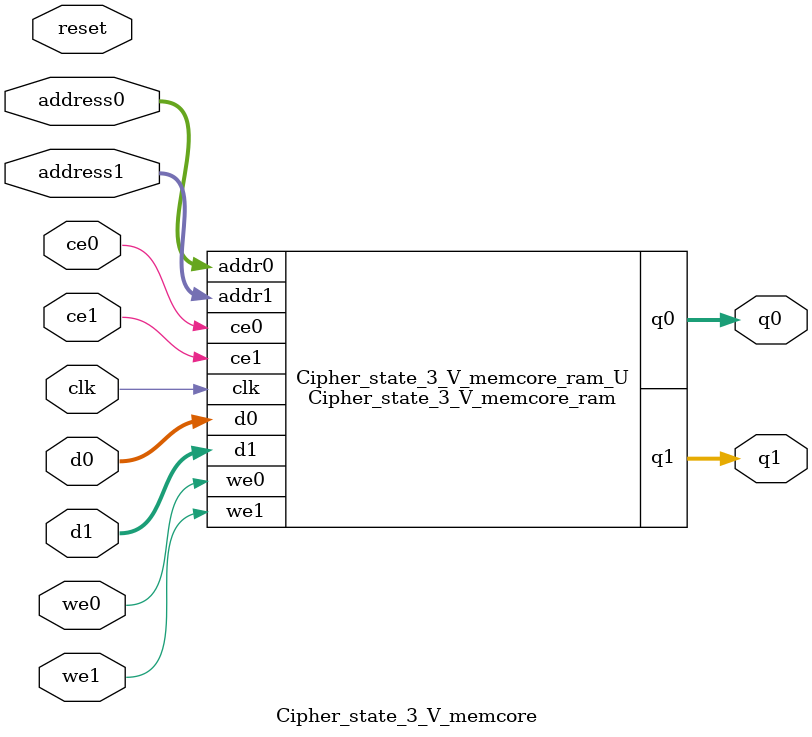
<source format=v>
`timescale 1 ns / 1 ps
module Cipher_state_3_V_memcore_ram (addr0, ce0, d0, we0, q0, addr1, ce1, d1, we1, q1,  clk);

parameter DWIDTH = 8;
parameter AWIDTH = 4;
parameter MEM_SIZE = 16;

input[AWIDTH-1:0] addr0;
input ce0;
input[DWIDTH-1:0] d0;
input we0;
output reg[DWIDTH-1:0] q0;
input[AWIDTH-1:0] addr1;
input ce1;
input[DWIDTH-1:0] d1;
input we1;
output reg[DWIDTH-1:0] q1;
input clk;

(* ram_style = "block" *)reg [DWIDTH-1:0] ram[0:MEM_SIZE-1];




always @(posedge clk)  
begin 
    if (ce0) 
    begin
        if (we0) 
        begin 
            ram[addr0] <= d0; 
        end 
        q0 <= ram[addr0];
    end
end


always @(posedge clk)  
begin 
    if (ce1) 
    begin
        if (we1) 
        begin 
            ram[addr1] <= d1; 
        end 
        q1 <= ram[addr1];
    end
end


endmodule

`timescale 1 ns / 1 ps
module Cipher_state_3_V_memcore(
    reset,
    clk,
    address0,
    ce0,
    we0,
    d0,
    q0,
    address1,
    ce1,
    we1,
    d1,
    q1);

parameter DataWidth = 32'd8;
parameter AddressRange = 32'd16;
parameter AddressWidth = 32'd4;
input reset;
input clk;
input[AddressWidth - 1:0] address0;
input ce0;
input we0;
input[DataWidth - 1:0] d0;
output[DataWidth - 1:0] q0;
input[AddressWidth - 1:0] address1;
input ce1;
input we1;
input[DataWidth - 1:0] d1;
output[DataWidth - 1:0] q1;



Cipher_state_3_V_memcore_ram Cipher_state_3_V_memcore_ram_U(
    .clk( clk ),
    .addr0( address0 ),
    .ce0( ce0 ),
    .we0( we0 ),
    .d0( d0 ),
    .q0( q0 ),
    .addr1( address1 ),
    .ce1( ce1 ),
    .we1( we1 ),
    .d1( d1 ),
    .q1( q1 ));

endmodule


</source>
